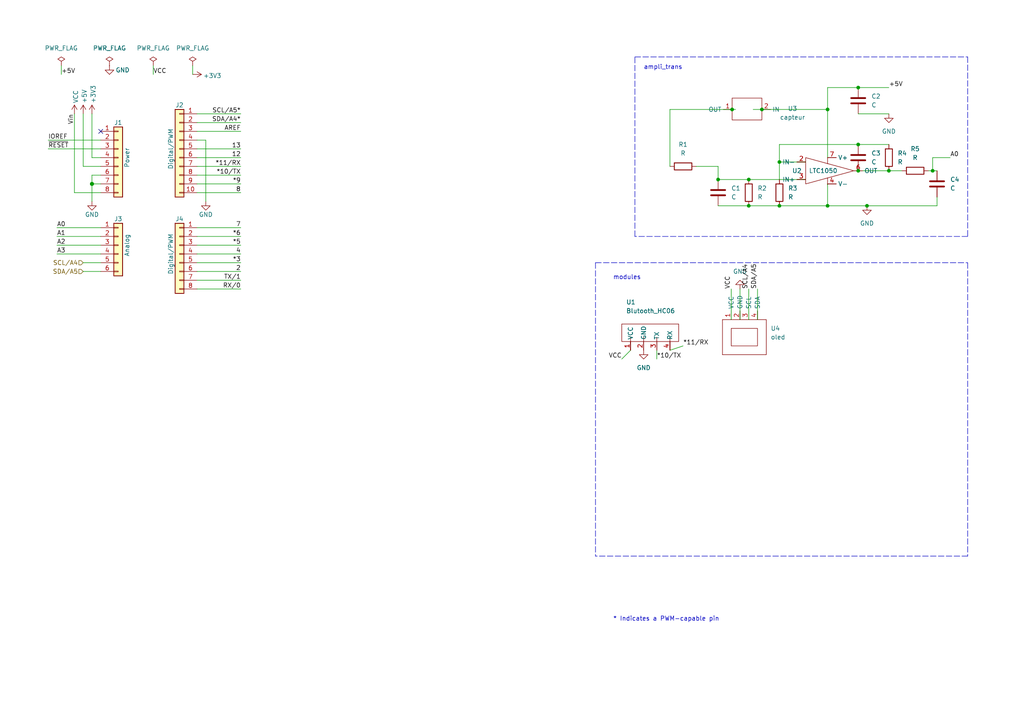
<source format=kicad_sch>
(kicad_sch (version 20211123) (generator eeschema)
  (paper "A4")
  (title_block (date "mar. 31 mars 2015"))
  (lib_symbols
    (symbol "Connector_Generic:Conn_01x06" (pin_names (offset 1.016) hide)
      (property "Reference" "J" (at 0 7.62 0))
      (property "Value" "Conn_01x06" (at 0 -10.16 0))
      (symbol "Conn_01x06_1_1"
        (rectangle (start -1.27 -7.493) (end 0 -7.747) (stroke (width 0.1524)))
        (rectangle (start -1.27 -4.953) (end 0 -5.207) (stroke (width 0.1524)))
        (rectangle (start -1.27 -2.413) (end 0 -2.667) (stroke (width 0.1524)))
        (rectangle (start -1.27 0.127) (end 0 -0.127) (stroke (width 0.1524)))
        (rectangle (start -1.27 2.667) (end 0 2.413) (stroke (width 0.1524)))
        (rectangle (start -1.27 5.207) (end 0 4.953) (stroke (width 0.1524)))
        (rectangle (start -1.27 6.35) (end 1.27 -8.89) (stroke (width 0.254)) (fill (type background)))
        (pin passive line (at -5.08 5.08 0) (length 3.81) (name "Pin_1") (number "1"))
        (pin passive line (at -5.08 2.54 0) (length 3.81) (name "Pin_2") (number "2"))
        (pin passive line (at -5.08 0 0) (length 3.81) (name "Pin_3") (number "3"))
        (pin passive line (at -5.08 -2.54 0) (length 3.81) (name "Pin_4") (number "4"))
        (pin passive line (at -5.08 -5.08 0) (length 3.81) (name "Pin_5") (number "5"))
        (pin passive line (at -5.08 -7.62 0) (length 3.81) (name "Pin_6") (number "6"))
      )
    )
    (symbol "Connector_Generic:Conn_01x08" (pin_names (offset 1.016) hide)
      (property "Reference" "J" (at 0 10.16 0))
      (property "Value" "Conn_01x08" (at 0 -12.7 0))
      (symbol "Conn_01x08_1_1"
        (rectangle (start -1.27 -10.033) (end 0 -10.287) (stroke (width 0.1524)))
        (rectangle (start -1.27 -7.493) (end 0 -7.747) (stroke (width 0.1524)))
        (rectangle (start -1.27 -4.953) (end 0 -5.207) (stroke (width 0.1524)))
        (rectangle (start -1.27 -2.413) (end 0 -2.667) (stroke (width 0.1524)))
        (rectangle (start -1.27 0.127) (end 0 -0.127) (stroke (width 0.1524)))
        (rectangle (start -1.27 2.667) (end 0 2.413) (stroke (width 0.1524)))
        (rectangle (start -1.27 5.207) (end 0 4.953) (stroke (width 0.1524)))
        (rectangle (start -1.27 7.747) (end 0 7.493) (stroke (width 0.1524)))
        (rectangle (start -1.27 8.89) (end 1.27 -11.43) (stroke (width 0.254)) (fill (type background)))
        (pin passive line (at -5.08 7.62 0) (length 3.81) (name "Pin_1") (number "1"))
        (pin passive line (at -5.08 5.08 0) (length 3.81) (name "Pin_2") (number "2"))
        (pin passive line (at -5.08 2.54 0) (length 3.81) (name "Pin_3") (number "3"))
        (pin passive line (at -5.08 0 0) (length 3.81) (name "Pin_4") (number "4"))
        (pin passive line (at -5.08 -2.54 0) (length 3.81) (name "Pin_5") (number "5"))
        (pin passive line (at -5.08 -5.08 0) (length 3.81) (name "Pin_6") (number "6"))
        (pin passive line (at -5.08 -7.62 0) (length 3.81) (name "Pin_7") (number "7"))
        (pin passive line (at -5.08 -10.16 0) (length 3.81) (name "Pin_8") (number "8"))
      )
    )
    (symbol "Connector_Generic:Conn_01x10" (pin_names (offset 1.016) hide)
      (property "Reference" "J" (at 0 12.7 0))
      (property "Value" "Conn_01x10" (at 0 -15.24 0))
      (symbol "Conn_01x10_1_1"
        (rectangle (start -1.27 -12.573) (end 0 -12.827) (stroke (width 0.1524)))
        (rectangle (start -1.27 -10.033) (end 0 -10.287) (stroke (width 0.1524)))
        (rectangle (start -1.27 -7.493) (end 0 -7.747) (stroke (width 0.1524)))
        (rectangle (start -1.27 -4.953) (end 0 -5.207) (stroke (width 0.1524)))
        (rectangle (start -1.27 -2.413) (end 0 -2.667) (stroke (width 0.1524)))
        (rectangle (start -1.27 0.127) (end 0 -0.127) (stroke (width 0.1524)))
        (rectangle (start -1.27 2.667) (end 0 2.413) (stroke (width 0.1524)))
        (rectangle (start -1.27 5.207) (end 0 4.953) (stroke (width 0.1524)))
        (rectangle (start -1.27 7.747) (end 0 7.493) (stroke (width 0.1524)))
        (rectangle (start -1.27 10.287) (end 0 10.033) (stroke (width 0.1524)))
        (rectangle (start -1.27 11.43) (end 1.27 -13.97) (stroke (width 0.254)) (fill (type background)))
        (pin passive line (at -5.08 10.16 0) (length 3.81) (name "Pin_1") (number "1"))
        (pin passive line (at -5.08 -12.7 0) (length 3.81) (name "Pin_10") (number "10"))
        (pin passive line (at -5.08 7.62 0) (length 3.81) (name "Pin_2") (number "2"))
        (pin passive line (at -5.08 5.08 0) (length 3.81) (name "Pin_3") (number "3"))
        (pin passive line (at -5.08 2.54 0) (length 3.81) (name "Pin_4") (number "4"))
        (pin passive line (at -5.08 0 0) (length 3.81) (name "Pin_5") (number "5"))
        (pin passive line (at -5.08 -2.54 0) (length 3.81) (name "Pin_6") (number "6"))
        (pin passive line (at -5.08 -5.08 0) (length 3.81) (name "Pin_7") (number "7"))
        (pin passive line (at -5.08 -7.62 0) (length 3.81) (name "Pin_8") (number "8"))
        (pin passive line (at -5.08 -10.16 0) (length 3.81) (name "Pin_9") (number "9"))
      )
    )
    (symbol "Device:C" (pin_numbers hide) (pin_names (offset 0.254))
      (property "Reference" "C" (at 0.635 2.54 0))
      (property "Value" "C" (at 0.635 -2.54 0))
      (symbol "C_0_1"
        (polyline (pts (xy -2.032 -0.762) (xy 2.032 -0.762)) (stroke (width 0.508)))
        (polyline (pts (xy -2.032 0.762) (xy 2.032 0.762)) (stroke (width 0.508)))
      )
      (symbol "C_1_1"
        (pin passive line (at 0 3.81 270) (length 2.794) (name "~") (number "1"))
        (pin passive line (at 0 -3.81 90) (length 2.794) (name "~") (number "2"))
      )
    )
    (symbol "Device:R" (pin_numbers hide) (pin_names (offset 0))
      (property "Reference" "R" (at 2.032 0 90))
      (property "Value" "R" (at 0 0 90))
      (symbol "R_0_1"
        (rectangle (start -1.016 -2.54) (end 1.016 2.54) (stroke (width 0.254)))
      )
      (symbol "R_1_1"
        (pin passive line (at 0 3.81 270) (length 1.27) (name "~") (number "1"))
        (pin passive line (at 0 -3.81 90) (length 1.27) (name "~") (number "2"))
      )
    )
    (symbol "GND_1" (power) (pin_names (offset 0))
      (property "Value" "GND_1" (at 0 -3.81 0))
      (symbol "GND_1_0_1"
        (polyline (pts (xy 0 0) (xy 0 -1.27) (xy 1.27 -1.27) (xy 0 -2.54) (xy -1.27 -1.27) (xy 0 -1.27)))
      )
      (symbol "GND_1_1_1"
        (pin power_in line (at 0 0 270) (length 0) hide (name "GND") (number "1"))
      )
    )
    (symbol "GND_2" (power) (pin_names (offset 0))
      (property "Value" "GND_2" (at 0 -3.81 0))
      (symbol "GND_2_0_1"
        (polyline (pts (xy 0 0) (xy 0 -1.27) (xy 1.27 -1.27) (xy 0 -2.54) (xy -1.27 -1.27) (xy 0 -1.27)))
      )
      (symbol "GND_2_1_1"
        (pin power_in line (at 0 0 270) (length 0) hide (name "GND") (number "1"))
      )
    )
    (symbol "New_symbols:Blutooth_HC06"
      (property "Reference" "U" (at 0 0 0))
      (property "Value" "Blutooth_HC06" (at 1.016 -2.794 0))
      (symbol "Blutooth_HC06_0_0"
        (text "" (at -0.762 14.986 0) (effects (font (size 1.27 1.27))))
        (text "" (at 21.59 -19.05 0) (effects (font (size 1.27 1.27))))
      )
      (symbol "Blutooth_HC06_0_1"
        (polyline (pts (xy 13.97 -12.7) (xy 13.97 -8.89) (xy 13.97 -12.7) (xy 13.97 -8.89)))
        (polyline (pts (xy 17.78 -12.7) (xy 17.78 -8.89) (xy 17.78 -12.7) (xy 17.78 -8.89)))
        (polyline (pts (xy 21.59 -12.7) (xy 21.59 -8.89) (xy 21.59 -12.7) (xy 21.59 -8.89)))
        (polyline (pts (xy 25.4 -12.7) (xy 25.4 -8.89) (xy 25.4 -12.7) (xy 25.4 -8.89)))
        (rectangle (start 11.43 -5.08) (end 27.94 -10.16))
      )
      (symbol "Blutooth_HC06_1_1"
        (pin bidirectional line (at 13.97 -12.7 90) (length 2.54) (name "VCC") (number "1"))
        (pin bidirectional line (at 17.78 -12.7 90) (length 2.54) (name "GND") (number "2"))
        (pin bidirectional line (at 21.59 -12.7 90) (length 2.54) (name "TX") (number "3"))
        (pin bidirectional line (at 25.4 -12.7 90) (length 2.54) (name "RX") (number "4"))
      )
    )
    (symbol "New_symbols:LTC1050"
      (property "Reference" "U" (at 10.16 5.08 0))
      (property "Value" "LTC1050" (at -1.27 0 0))
      (symbol "LTC1050_0_1"
        (polyline (pts (xy 0 -4.064) (xy 0 -2.032)))
        (polyline (pts (xy 0 3.81) (xy 0 2.032) (xy 0.254 2.032)))
        (polyline (pts (xy -6.35 0) (xy -6.35 3.81) (xy 7.62 0) (xy -6.35 -3.81) (xy -6.35 0)))
      )
      (symbol "LTC1050_1_1"
        (pin input line (at -6.35 2.54 180) (length 2.54) (name "IN-") (number "2"))
        (pin input line (at -6.35 -2.54 180) (length 2.54) (name "IN+") (number "3"))
        (pin input line (at 0 -3.81 0) (length 2.54) (name "V-") (number "4"))
        (pin output line (at 7.62 0 0) (length 2.54) (name "OUT") (number "6"))
        (pin input line (at 0 3.81 0) (length 2.54) (name "V+") (number "7"))
      )
    )
    (symbol "New_symbols:capteur"
      (property "Reference" "U" (at 0 0 0))
      (property "Value" "capteur" (at 0 0 0))
      (symbol "capteur_0_1"
        (rectangle (start 7.874 -2.032) (end 16.51 -8.382))
      )
      (symbol "capteur_1_1"
        (pin bidirectional line (at 7.874 -5.334 180) (length 2.54) (name "OUT") (number "1"))
        (pin bidirectional line (at 16.51 -5.334 0) (length 2.54) (name "IN") (number "2"))
      )
    )
    (symbol "New_symbols:oled"
      (property "Reference" "U" (at 0 0 0))
      (property "Value" "oled" (at 0 0 0))
      (symbol "oled_0_1"
        (rectangle (start 10.16 -15.24) (end 10.16 -5.08))
        (rectangle (start 10.16 -15.24) (end 22.86 -15.24))
        (rectangle (start 12.7 -7.62) (end 20.32 -12.7))
        (rectangle (start 22.86 -5.08) (end 10.16 -5.08))
        (rectangle (start 22.86 -5.08) (end 22.86 -15.24))
      )
      (symbol "oled_1_1"
        (pin bidirectional line (at 12.7 -5.08 90) (length 2.54) (name "VCC") (number "1"))
        (pin bidirectional line (at 15.24 -5.08 90) (length 2.54) (name "GND") (number "2"))
        (pin bidirectional line (at 17.78 -5.08 90) (length 2.54) (name "SCL") (number "3"))
        (pin bidirectional line (at 20.32 -5.08 90) (length 2.54) (name "SDA") (number "4"))
      )
    )
    (symbol "power:+3V3" (power) (pin_names (offset 0))
      (property "Value" "+3V3" (at 0 3.556 0))
      (symbol "+3V3_0_1"
        (polyline (pts (xy -0.762 1.27) (xy 0 2.54)))
        (polyline (pts (xy 0 0) (xy 0 2.54)))
        (polyline (pts (xy 0 2.54) (xy 0.762 1.27)))
      )
      (symbol "+3V3_1_1"
        (pin power_in line (at 0 0 90) (length 0) hide (name "+3V3") (number "1"))
      )
    )
    (symbol "power:+5V" (power) (pin_names (offset 0))
      (property "Value" "+5V" (at 0 3.556 0))
      (symbol "+5V_0_1"
        (polyline (pts (xy -0.762 1.27) (xy 0 2.54)))
        (polyline (pts (xy 0 0) (xy 0 2.54)))
        (polyline (pts (xy 0 2.54) (xy 0.762 1.27)))
      )
      (symbol "+5V_1_1"
        (pin power_in line (at 0 0 90) (length 0) hide (name "+5V") (number "1"))
      )
    )
    (symbol "power:GND" (power) (pin_names (offset 0))
      (property "Value" "GND" (at 0 -3.81 0))
      (symbol "GND_0_1"
        (polyline (pts (xy 0 0) (xy 0 -1.27) (xy 1.27 -1.27) (xy 0 -2.54) (xy -1.27 -1.27) (xy 0 -1.27)))
      )
      (symbol "GND_1_1"
        (pin power_in line (at 0 0 270) (length 0) hide (name "GND") (number "1"))
      )
    )
    (symbol "power:PWR_FLAG" (power) (pin_numbers hide) (pin_names (offset 0) hide)
      (property "Value" "PWR_FLAG" (at 0 3.81 0))
      (symbol "PWR_FLAG_0_0"
        (pin power_out line (at 0 0 90) (length 0) (name "pwr") (number "1"))
      )
      (symbol "PWR_FLAG_0_1"
        (polyline (pts (xy 0 0) (xy 0 1.27) (xy -1.016 1.905) (xy 0 2.54) (xy 1.016 1.905) (xy 0 1.27)))
      )
    )
    (symbol "power:VCC" (power) (pin_names (offset 0))
      (property "Value" "VCC" (at 0 3.81 0))
      (symbol "VCC_0_1"
        (polyline (pts (xy -0.762 1.27) (xy 0 2.54)))
        (polyline (pts (xy 0 0) (xy 0 2.54)))
        (polyline (pts (xy 0 2.54) (xy 0.762 1.27)))
      )
      (symbol "VCC_1_1"
        (pin power_in line (at 0 0 90) (length 0) hide (name "VCC") (number "1"))
      )
    )
  )
  (junction (at 226.06 59.69))
  (junction (at 208.28 52.07))
  (junction (at 212.344 31.75))
  (junction (at 257.81 49.53))
  (junction (at 26.67 53.34) (diameter 1.016))
  (junction (at 240.03 59.69))
  (junction (at 251.46 59.69))
  (junction (at 248.92 41.91))
  (junction (at 240.03 31.75))
  (junction (at 270.51 49.53))
  (junction (at 226.06 46.99))
  (junction (at 217.17 52.07))
  (junction (at 248.92 25.4))
  (junction (at 220.98 31.75))
  (junction (at 248.92 49.53))
  (junction (at 217.17 59.69))
  (no_connect (at 29.21 38.1))
  (wire (pts (xy 198.12 100.33) (xy 194.31 101.6)))
  (wire (pts (xy 271.78 59.69) (xy 271.78 57.15)))
  (polyline (pts (xy 280.67 76.2) (xy 280.67 161.29)))
  (wire (pts (xy 57.15 83.82) (xy 69.85 83.82)))
  (wire (pts (xy 240.03 59.69) (xy 251.46 59.69)))
  (wire (pts (xy 57.15 50.8) (xy 69.85 50.8)))
  (wire (pts (xy 226.06 41.91) (xy 226.06 46.99)))
  (wire (pts (xy 248.92 41.91) (xy 226.06 41.91)))
  (wire (pts (xy 57.15 33.02) (xy 69.85 33.02)))
  (wire (pts (xy 26.67 50.8) (xy 26.67 53.34)))
  (wire (pts (xy 24.13 76.2) (xy 29.21 76.2)))
  (wire (pts (xy 208.28 52.07) (xy 217.17 52.07)))
  (wire (pts (xy 257.81 49.53) (xy 261.62 49.53)))
  (wire (pts (xy 219.71 83.82) (xy 219.71 92.71)))
  (wire (pts (xy 201.93 48.26) (xy 208.28 48.26)))
  (wire (pts (xy 26.67 53.34) (xy 26.67 58.42)))
  (wire (pts (xy 24.13 78.74) (xy 29.21 78.74)))
  (wire (pts (xy 26.67 45.72) (xy 29.21 45.72)))
  (wire (pts (xy 24.13 48.26) (xy 29.21 48.26)))
  (wire (pts (xy 248.92 49.53) (xy 257.81 49.53)))
  (wire (pts (xy 24.13 33.02) (xy 24.13 48.26)))
  (wire (pts (xy 57.15 43.18) (xy 69.85 43.18)))
  (wire (pts (xy 26.67 33.02) (xy 26.67 45.72)))
  (wire (pts (xy 57.15 66.04) (xy 69.85 66.04)))
  (wire (pts (xy 226.06 59.69) (xy 240.03 59.69)))
  (wire (pts (xy 29.21 66.04) (xy 16.51 66.04)))
  (wire (pts (xy 57.15 45.72) (xy 69.85 45.72)))
  (wire (pts (xy 57.15 68.58) (xy 69.85 68.58)))
  (wire (pts (xy 180.34 104.14) (xy 182.88 101.6)))
  (wire (pts (xy 240.03 25.4) (xy 248.92 25.4)))
  (polyline (pts (xy 172.72 76.2) (xy 280.67 76.2)))
  (wire (pts (xy 251.46 59.69) (xy 271.78 59.69)))
  (wire (pts (xy 57.15 53.34) (xy 69.85 53.34)))
  (wire (pts (xy 212.344 31.75) (xy 213.36 31.75)))
  (wire (pts (xy 57.15 73.66) (xy 69.85 73.66)))
  (wire (pts (xy 269.24 49.53) (xy 270.51 49.53)))
  (wire (pts (xy 16.51 73.66) (xy 29.21 73.66)))
  (wire (pts (xy 275.59 45.72) (xy 270.51 45.72)))
  (wire (pts (xy 248.92 33.02) (xy 257.81 33.02)))
  (wire (pts (xy 13.97 40.64) (xy 29.21 40.64)))
  (wire (pts (xy 248.92 41.91) (xy 257.81 41.91)))
  (wire (pts (xy 17.78 19.05) (xy 17.78 21.59)))
  (wire (pts (xy 226.06 46.99) (xy 233.68 46.99)))
  (wire (pts (xy 212.09 83.82) (xy 212.09 92.71)))
  (polyline (pts (xy 280.67 16.51) (xy 280.67 68.58)))
  (wire (pts (xy 217.17 83.82) (xy 217.17 92.71)))
  (wire (pts (xy 59.69 40.64) (xy 59.69 58.42)))
  (wire (pts (xy 240.03 25.4) (xy 240.03 31.75)))
  (wire (pts (xy 57.15 38.1) (xy 69.85 38.1)))
  (wire (pts (xy 29.21 71.12) (xy 16.51 71.12)))
  (wire (pts (xy 13.97 43.18) (xy 29.21 43.18)))
  (polyline (pts (xy 172.72 76.2) (xy 172.72 161.29)))
  (wire (pts (xy 29.21 53.34) (xy 26.67 53.34)))
  (wire (pts (xy 190.5 104.14) (xy 190.5 101.6)))
  (polyline (pts (xy 184.15 68.58) (xy 184.15 16.51)))
  (wire (pts (xy 29.21 55.88) (xy 21.59 55.88)))
  (wire (pts (xy 16.51 68.58) (xy 29.21 68.58)))
  (wire (pts (xy 217.17 52.07) (xy 233.68 52.07)))
  (wire (pts (xy 240.03 31.75) (xy 240.03 45.72)))
  (wire (pts (xy 194.31 31.75) (xy 212.344 31.75)))
  (polyline (pts (xy 280.67 68.58) (xy 184.15 68.58)))
  (wire (pts (xy 208.28 48.26) (xy 208.28 52.07)))
  (wire (pts (xy 194.31 31.75) (xy 194.31 48.26)))
  (wire (pts (xy 57.15 40.64) (xy 59.69 40.64)))
  (wire (pts (xy 226.06 46.99) (xy 226.06 52.07)))
  (wire (pts (xy 247.65 49.53) (xy 248.92 49.53)))
  (wire (pts (xy 29.21 50.8) (xy 26.67 50.8)))
  (wire (pts (xy 57.15 48.26) (xy 69.85 48.26)))
  (wire (pts (xy 208.28 59.69) (xy 217.17 59.69)))
  (wire (pts (xy 57.15 71.12) (xy 69.85 71.12)))
  (wire (pts (xy 270.51 45.72) (xy 270.51 49.53)))
  (polyline (pts (xy 280.67 161.29) (xy 172.72 161.29)))
  (wire (pts (xy 55.88 19.05) (xy 55.88 21.59)))
  (wire (pts (xy 214.63 83.82) (xy 214.63 92.71)))
  (wire (pts (xy 270.51 49.53) (xy 271.78 49.53)))
  (wire (pts (xy 218.44 31.75) (xy 220.98 31.75)))
  (wire (pts (xy 57.15 35.56) (xy 69.85 35.56)))
  (wire (pts (xy 217.17 59.69) (xy 226.06 59.69)))
  (wire (pts (xy 57.15 78.74) (xy 69.85 78.74)))
  (wire (pts (xy 57.15 76.2) (xy 69.85 76.2)))
  (wire (pts (xy 220.98 31.75) (xy 240.03 31.75)))
  (polyline (pts (xy 184.15 16.51) (xy 280.67 16.51)))
  (wire (pts (xy 248.92 25.4) (xy 257.81 25.4)))
  (wire (pts (xy 57.15 81.28) (xy 69.85 81.28)))
  (wire (pts (xy 21.59 55.88) (xy 21.59 33.02)))
  (wire (pts (xy 240.03 53.34) (xy 240.03 59.69)))
  (wire (pts (xy 57.15 55.88) (xy 69.85 55.88)))
  (wire (pts (xy 44.45 19.05) (xy 44.45 21.59)))
  (text "ampli_trans" (at 186.69 20.32 0) (effects (font (size 1.27 1.27)) (justify left bottom)))
  (text "modules\n" (at 177.8 81.28 0) (effects (font (size 1.27 1.27)) (justify left bottom)))
  (text "* Indicates a PWM-capable pin" (at 177.8 180.34 0) (effects (font (size 1.27 1.27)) (justify left bottom)))
  (label "RX{slash}0" (at 69.85 83.82 180))
  (label "A2" (at 16.51 71.12 0))
  (label "SCL{slash}A4" (at 217.17 83.82 90))
  (label "VCC" (at 44.45 21.59 0))
  (label "4" (at 69.85 73.66 180))
  (label "A0" (at 275.59 45.72 0))
  (label "2" (at 69.85 78.74 180))
  (label "13" (at 69.85 43.18 180))
  (label "12" (at 69.85 45.72 180))
  (label "~{RESET}" (at 13.97 43.18 0))
  (label "*10{slash}TX" (at 69.85 50.8 180))
  (label "+5V" (at 257.81 25.4 0))
  (label "VCC" (at 180.34 104.14 180))
  (label "7" (at 69.85 66.04 180))
  (label "SDA{slash}A4*" (at 69.85 35.56 180))
  (label "8" (at 69.85 55.88 180))
  (label "*11{slash}RX" (at 198.12 100.33 0))
  (label "*11{slash}RX" (at 69.85 48.26 180))
  (label "*3" (at 69.85 76.2 180))
  (label "+5V" (at 17.78 21.59 0))
  (label "A1" (at 16.51 68.58 0))
  (label "TX{slash}1" (at 69.85 81.28 180))
  (label "A0" (at 16.51 66.04 0))
  (label "AREF" (at 69.85 38.1 180))
  (label "A3" (at 16.51 73.66 0))
  (label "Vin" (at 21.59 33.02 270))
  (label "SDA{slash}A5" (at 219.71 83.82 90))
  (label "*6" (at 69.85 68.58 180))
  (label "SCL{slash}A5*" (at 69.85 33.02 180))
  (label "*9" (at 69.85 53.34 180))
  (label "*5" (at 69.85 71.12 180))
  (label "IOREF" (at 13.97 40.64 0))
  (label "VCC" (at 212.09 83.82 90))
  (label "*10{slash}TX" (at 190.5 104.14 0))
  (hierarchical_label "SDA{slash}A5" (shape input) (at 24.13 78.74 180))
  (hierarchical_label "SCL{slash}A4" (shape input) (at 24.13 76.2 180))
  (symbol (lib_id "Connector_Generic:Conn_01x08") (at 34.29 45.72 0) (unit 1)
    (property "Reference" "J1" (at 34.29 35.56 0))
    (property "Value" "Power" (at 36.83 45.72 90))
    (property "Footprint" "Connector_PinSocket_2.54mm:PinSocket_1x08_P2.54mm_Vertical" (effects hide))
  )
  (symbol (lib_id "power:+3V3") (at 26.67 33.02 0) (unit 1)
    (property "Reference" "#PWR03" (effects hide))
    (property "Value" "+3.3V" (at 27.051 29.972 90) (effects (justify left)))
  )
  (symbol (lib_id "power:+5V") (at 24.13 33.02 0) (unit 1)
    (property "Reference" "#PWR02" (effects hide))
    (property "Value" "+5V" (at 24.4856 29.972 90) (effects (justify left)))
  )
  (symbol (lib_id "power:GND") (at 26.67 58.42 0) (unit 1)
    (property "Reference" "#PWR04" (effects hide))
    (property "Value" "GND" (at 26.67 62.23 0))
  )
  (symbol (lib_id "Connector_Generic:Conn_01x10") (at 52.07 43.18 0) (mirror y) (unit 1)
    (property "Reference" "J2" (at 52.07 30.48 0))
    (property "Value" "Digital/PWM" (at 49.53 43.18 90))
    (property "Footprint" "Connector_PinSocket_2.54mm:PinSocket_1x10_P2.54mm_Vertical" (effects hide))
  )
  (symbol (lib_id "power:GND") (at 59.69 58.42 0) (unit 1)
    (property "Reference" "#PWR05" (effects hide))
    (property "Value" "GND" (at 59.69 62.23 0))
  )
  (symbol (lib_id "Connector_Generic:Conn_01x06") (at 34.29 71.12 0) (unit 1)
    (property "Reference" "J3" (at 34.29 63.5 0))
    (property "Value" "Analog" (at 36.83 71.12 90))
    (property "Footprint" "Connector_PinSocket_2.54mm:PinSocket_1x06_P2.54mm_Vertical" (effects hide))
  )
  (symbol (lib_id "Connector_Generic:Conn_01x08") (at 52.07 73.66 0) (mirror y) (unit 1)
    (property "Reference" "J4" (at 52.07 63.5 0))
    (property "Value" "Digital/PWM" (at 49.53 73.66 90))
    (property "Footprint" "Connector_PinSocket_2.54mm:PinSocket_1x08_P2.54mm_Vertical" (effects hide))
  )
  (symbol (lib_id "New_symbols:LTC1050") (at 240.03 49.53 0) (unit 1)
    (property "Reference" "U2" (at 231.14 49.53 0))
    (property "Value" "LTC1050" (at 238.76 49.53 0))
    (property "Footprint" "Package_DIP:DIP-8_W7.62mm" (effects hide))
  )
  (symbol (lib_id "Device:C") (at 248.92 45.72 0) (unit 1)
    (property "Reference" "C3" (at 252.73 44.4499 0) (effects (justify left)))
    (property "Value" "C" (at 252.73 46.9899 0) (effects (justify left)))
    (property "Footprint" "Capacitor_THT:C_Rect_L7.0mm_W4.5mm_P5.00mm" (effects hide))
  )
  (symbol (lib_id "Device:R") (at 265.43 49.53 270) (unit 1)
    (property "Reference" "R5" (at 265.43 43.18 90))
    (property "Value" "R" (at 265.43 45.72 90))
    (property "Footprint" "Resistor_THT:R_Axial_DIN0204_L3.6mm_D1.6mm_P1.90mm_Vertical" (effects hide))
  )
  (symbol (lib_id "power:PWR_FLAG") (at 17.78 19.05 0) (unit 1)
    (property "Reference" "#FLG0102" (effects hide))
    (property "Value" "PWR_FLAG" (at 17.78 13.97 0))
  )
  (symbol (lib_name "GND_2") (lib_id "power:GND") (at 214.63 83.82 180) (unit 1)
    (property "Reference" "#PWR0106" (effects hide))
    (property "Value" "GND" (at 214.63 78.74 0))
  )
  (symbol (lib_id "New_symbols:Blutooth_HC06") (at 168.91 88.9 0) (unit 1)
    (property "Reference" "U1" (at 181.61 87.63 0) (effects (justify left)))
    (property "Value" "Blutooth_HC06" (at 181.61 90.17 0) (effects (justify left)))
    (property "Footprint" "New_footprints:Bluetooth" (effects hide))
  )
  (symbol (lib_id "power:PWR_FLAG") (at 31.75 19.05 0) (unit 1)
    (property "Reference" "#FLG0101" (effects hide))
    (property "Value" "PWR_FLAG" (at 31.75 13.97 0))
  )
  (symbol (lib_id "Device:C") (at 208.28 55.88 0) (unit 1)
    (property "Reference" "C1" (at 212.09 54.6099 0) (effects (justify left)))
    (property "Value" "C" (at 212.09 57.1499 0) (effects (justify left)))
    (property "Footprint" "Capacitor_THT:C_Disc_D3.0mm_W1.6mm_P2.50mm" (effects hide))
  )
  (symbol (lib_id "New_symbols:oled") (at 199.39 87.63 0) (unit 1)
    (property "Reference" "U4" (at 223.52 95.2499 0) (effects (justify left)))
    (property "Value" "oled" (at 223.52 97.7899 0) (effects (justify left)))
    (property "Footprint" "New_footprints:OLED" (effects hide))
  )
  (symbol (lib_id "power:VCC") (at 21.59 33.02 0) (unit 1)
    (property "Reference" "#PWR01" (effects hide))
    (property "Value" "VCC" (at 21.971 29.972 90) (effects (justify left)))
  )
  (symbol (lib_id "Device:R") (at 198.12 48.26 90) (unit 1)
    (property "Reference" "R1" (at 198.12 41.91 90))
    (property "Value" "R" (at 198.12 44.45 90))
    (property "Footprint" "Resistor_THT:R_Axial_DIN0204_L3.6mm_D1.6mm_P1.90mm_Vertical" (effects hide))
  )
  (symbol (lib_id "Device:R") (at 226.06 55.88 180) (unit 1)
    (property "Reference" "R3" (at 228.6 54.6099 0) (effects (justify right)))
    (property "Value" "R" (at 228.6 57.1499 0) (effects (justify right)))
    (property "Footprint" "Resistor_THT:R_Axial_DIN0204_L3.6mm_D1.6mm_P1.90mm_Vertical" (effects hide))
  )
  (symbol (lib_id "Device:C") (at 248.92 29.21 0) (unit 1)
    (property "Reference" "C2" (at 252.73 27.9399 0) (effects (justify left)))
    (property "Value" "C" (at 252.73 30.4799 0) (effects (justify left)))
    (property "Footprint" "Capacitor_THT:C_Disc_D3.0mm_W1.6mm_P2.50mm" (effects hide))
  )
  (symbol (lib_name "GND_1") (lib_id "power:GND") (at 251.46 59.69 0) (unit 1)
    (property "Reference" "#PWR0104" (effects hide))
    (property "Value" "GND" (at 251.46 64.77 0))
  )
  (symbol (lib_id "Device:R") (at 217.17 55.88 180) (unit 1)
    (property "Reference" "R2" (at 219.71 54.6099 0) (effects (justify right)))
    (property "Value" "R" (at 219.71 57.1499 0) (effects (justify right)))
    (property "Footprint" "Resistor_THT:R_Axial_DIN0204_L3.6mm_D1.6mm_P1.90mm_Vertical" (effects hide))
  )
  (symbol (lib_id "power:PWR_FLAG") (at 55.88 19.05 0) (unit 1)
    (property "Reference" "#FLG0104" (effects hide))
    (property "Value" "PWR_FLAG" (at 55.88 13.97 0))
  )
  (symbol (lib_id "Device:R") (at 257.81 45.72 180) (unit 1)
    (property "Reference" "R4" (at 260.35 44.4499 0) (effects (justify right)))
    (property "Value" "R" (at 260.35 46.9899 0) (effects (justify right)))
    (property "Footprint" "Resistor_THT:R_Axial_DIN0204_L3.6mm_D1.6mm_P1.90mm_Vertical" (effects hide))
  )
  (symbol (lib_name "GND_1") (lib_id "power:GND") (at 31.75 19.05 0) (unit 1)
    (property "Reference" "#PWR0101" (effects hide))
    (property "Value" "GND" (at 35.56 20.32 0))
  )
  (symbol (lib_name "GND_1") (lib_id "power:GND") (at 257.81 33.02 0) (unit 1)
    (property "Reference" "#PWR0103" (effects hide))
    (property "Value" "GND" (at 257.81 38.1 0))
  )
  (symbol (lib_id "Device:C") (at 271.78 53.34 0) (unit 1)
    (property "Reference" "C4" (at 275.59 52.0699 0) (effects (justify left)))
    (property "Value" "C" (at 275.59 54.6099 0) (effects (justify left)))
    (property "Footprint" "Capacitor_THT:C_Disc_D3.0mm_W1.6mm_P2.50mm" (effects hide))
  )
  (symbol (lib_id "New_symbols:capteur") (at 204.47 26.416 0) (unit 1)
    (property "Reference" "U3" (at 229.87 31.496 0))
    (property "Value" "capteur" (at 229.87 34.036 0))
    (property "Footprint" "New_footprints:capteur" (effects hide))
  )
  (symbol (lib_id "power:+3V3") (at 55.88 21.59 270) (unit 1)
    (property "Reference" "#PWR0105" (effects hide))
    (property "Value" "+3.3V" (at 58.928 21.971 90) (effects (justify left)))
  )
  (symbol (lib_id "power:PWR_FLAG") (at 44.45 19.05 0) (unit 1)
    (property "Reference" "#FLG0103" (effects hide))
    (property "Value" "PWR_FLAG" (at 44.45 13.97 0))
  )
  (symbol (lib_name "GND_1") (lib_id "power:GND") (at 186.69 101.6 0) (unit 1)
    (property "Reference" "#PWR0102" (effects hide))
    (property "Value" "GND" (at 186.69 106.68 0))
  )
)
</source>
